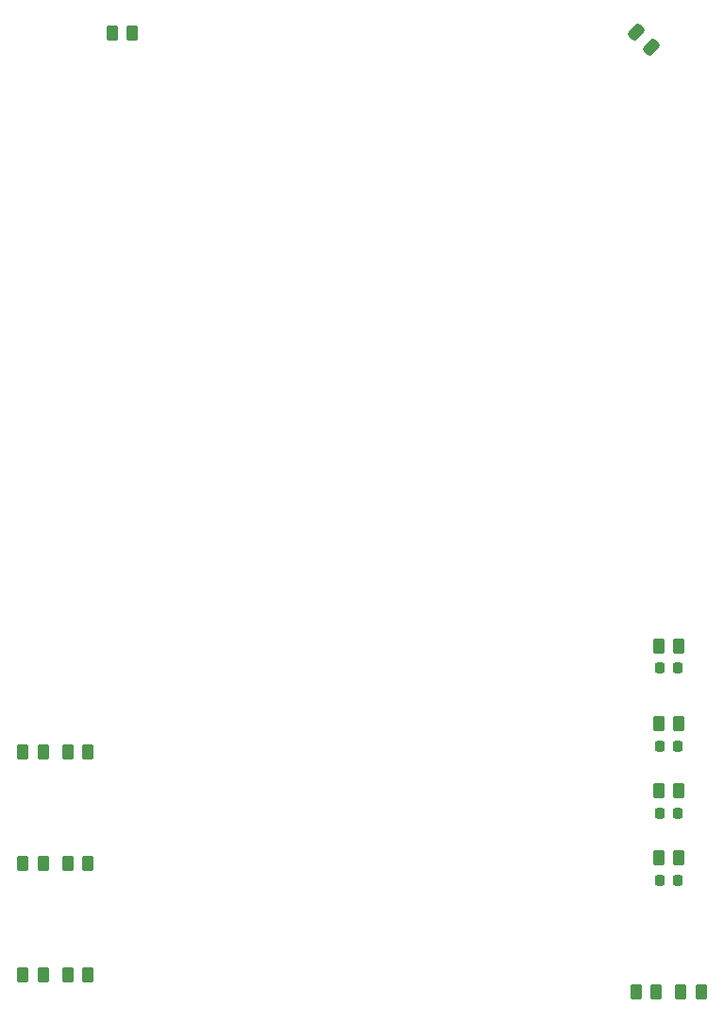
<source format=gbr>
%TF.GenerationSoftware,KiCad,Pcbnew,7.0.6*%
%TF.CreationDate,2023-12-23T00:17:47+09:00*%
%TF.ProjectId,MainBoard_ATMega2560Pro_20230629,4d61696e-426f-4617-9264-5f41544d6567,rev?*%
%TF.SameCoordinates,Original*%
%TF.FileFunction,Paste,Top*%
%TF.FilePolarity,Positive*%
%FSLAX46Y46*%
G04 Gerber Fmt 4.6, Leading zero omitted, Abs format (unit mm)*
G04 Created by KiCad (PCBNEW 7.0.6) date 2023-12-23 00:17:47*
%MOMM*%
%LPD*%
G01*
G04 APERTURE LIST*
G04 Aperture macros list*
%AMRoundRect*
0 Rectangle with rounded corners*
0 $1 Rounding radius*
0 $2 $3 $4 $5 $6 $7 $8 $9 X,Y pos of 4 corners*
0 Add a 4 corners polygon primitive as box body*
4,1,4,$2,$3,$4,$5,$6,$7,$8,$9,$2,$3,0*
0 Add four circle primitives for the rounded corners*
1,1,$1+$1,$2,$3*
1,1,$1+$1,$4,$5*
1,1,$1+$1,$6,$7*
1,1,$1+$1,$8,$9*
0 Add four rect primitives between the rounded corners*
20,1,$1+$1,$2,$3,$4,$5,0*
20,1,$1+$1,$4,$5,$6,$7,0*
20,1,$1+$1,$6,$7,$8,$9,0*
20,1,$1+$1,$8,$9,$2,$3,0*%
G04 Aperture macros list end*
%ADD10RoundRect,0.218750X0.218750X0.256250X-0.218750X0.256250X-0.218750X-0.256250X0.218750X-0.256250X0*%
%ADD11RoundRect,0.250000X-0.262500X-0.450000X0.262500X-0.450000X0.262500X0.450000X-0.262500X0.450000X0*%
%ADD12RoundRect,0.250000X0.512652X0.159099X0.159099X0.512652X-0.512652X-0.159099X-0.159099X-0.512652X0*%
%ADD13RoundRect,0.250000X0.262500X0.450000X-0.262500X0.450000X-0.262500X-0.450000X0.262500X-0.450000X0*%
%ADD14RoundRect,0.218750X-0.218750X-0.256250X0.218750X-0.256250X0.218750X0.256250X-0.218750X0.256250X0*%
G04 APERTURE END LIST*
D10*
%TO.C,D2*%
X130027500Y-142287500D03*
X128452500Y-142287500D03*
%TD*%
D11*
%TO.C,R13*%
X79315915Y-78327881D03*
X81140915Y-78327881D03*
%TD*%
%TO.C,R5*%
X75327500Y-142787500D03*
X77152500Y-142787500D03*
%TD*%
%TO.C,R6*%
X71327500Y-142787500D03*
X73152500Y-142787500D03*
%TD*%
D12*
%TO.C,C1*%
X127711751Y-79659251D03*
X126368249Y-78315749D03*
%TD*%
D11*
%TO.C,R8*%
X71327500Y-152787500D03*
X73152500Y-152787500D03*
%TD*%
D10*
%TO.C,D4*%
X130027500Y-154287500D03*
X128452500Y-154287500D03*
%TD*%
D13*
%TO.C,R1*%
X130152500Y-133287500D03*
X128327500Y-133287500D03*
%TD*%
%TO.C,R12*%
X132152500Y-164287500D03*
X130327500Y-164287500D03*
%TD*%
D11*
%TO.C,R7*%
X75327500Y-152787500D03*
X77152500Y-152787500D03*
%TD*%
D13*
%TO.C,R11*%
X128152500Y-164287500D03*
X126327500Y-164287500D03*
%TD*%
D10*
%TO.C,D3*%
X130027500Y-148287500D03*
X128452500Y-148287500D03*
%TD*%
D11*
%TO.C,R9*%
X75327500Y-162787500D03*
X77152500Y-162787500D03*
%TD*%
%TO.C,R3*%
X128327500Y-146287500D03*
X130152500Y-146287500D03*
%TD*%
D14*
%TO.C,D1*%
X128452500Y-135287500D03*
X130027500Y-135287500D03*
%TD*%
D11*
%TO.C,R10*%
X71327500Y-162787500D03*
X73152500Y-162787500D03*
%TD*%
%TO.C,R4*%
X128327500Y-152287500D03*
X130152500Y-152287500D03*
%TD*%
%TO.C,R2*%
X128327500Y-140287500D03*
X130152500Y-140287500D03*
%TD*%
M02*

</source>
